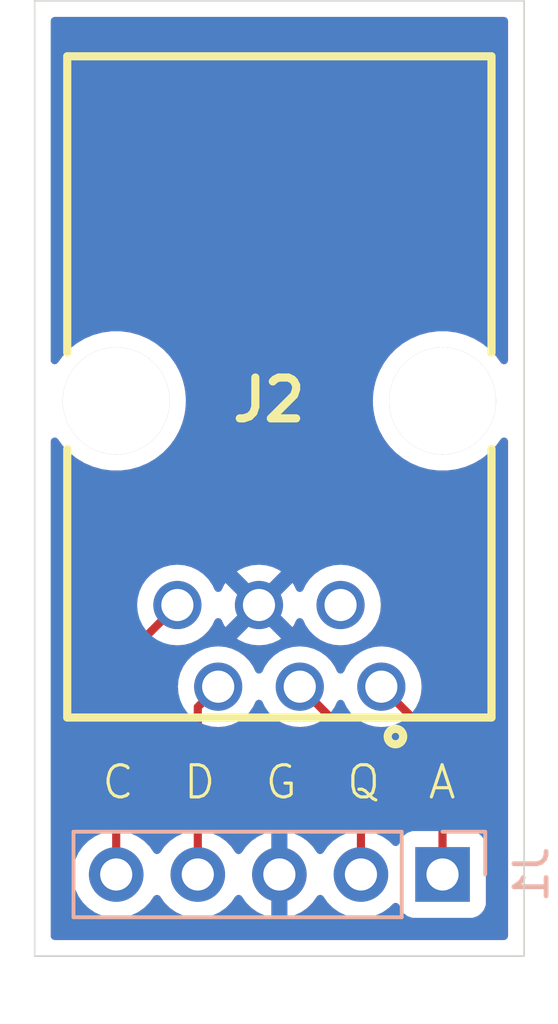
<source format=kicad_pcb>
(kicad_pcb (version 20240108) (generator "pcbnew") (generator_version "8.0")
  (layers (0 "F.Cu" signal) (31 "B.Cu" signal) (34 "B.Paste" user) (35 "F.Paste" user) (36 "B.SilkS" user "B.Silkscreen") (37 "F.SilkS" user "F.Silkscreen") (38 "B.Mask" user) (39 "F.Mask" user) (44 "Edge.Cuts" user))
  (net 0 "")
  (net 1 "/DQ")
  (net 2 "/C")
  (net 3 "/D")
  (net 5 "/A")
  (net 6 "GND")
  (footprint "Argus-Connectors:95009-7661_1" (layer "F.Cu") (at 76.2 50.546)
    (property "Reference" "J2" (at -0.325 -0.031 0) (layer "F.SilkS") (effects (font (size 1.27 1.27) (thickness 0.254))))
    (property "Value" "95009-7661" (hide yes))
    (fp_line (start -6.605 -10.72) (end -6.605 -1.5) (stroke (width 0.254)) (layer "F.SilkS"))
    (fp_line (start -6.605 9.85) (end -6.605 1.5) (stroke (width 0.254)) (layer "F.SilkS"))
    (fp_line (start -6.605 9.85) (end 6.605 9.85) (stroke (width 0.254)) (layer "F.SilkS"))
    (fp_line (start 6.605 -10.72) (end -6.605 -10.72) (stroke (width 0.254)) (layer "F.SilkS"))
    (fp_line (start 6.605 -10.72) (end 6.605 -1.5) (stroke (width 0.254)) (layer "F.SilkS"))
    (fp_line (start 6.605 9.85) (end 6.605 1.5) (stroke (width 0.254)) (layer "F.SilkS"))
    (fp_circle (center 3.614 10.441) (end 3.614 10.55516) (stroke (width 0.254)) (fill none) (layer "F.SilkS"))
    (pad "1" thru_hole circle (at 3.175 8.89) (size 1.5 1.5) (drill 1) (layers "*.Cu" "*.Mask") (net 5 "/A"))
    (pad "2" thru_hole circle (at 1.905 6.35) (size 1.5 1.5) (drill 1) (layers "*.Cu" "*.Mask"))
    (pad "3" thru_hole circle (at 0.635 8.89) (size 1.5 1.5) (drill 1) (layers "*.Cu" "*.Mask") (net 1 "/DQ"))
    (pad "4" thru_hole circle (at -0.635 6.35) (size 1.5 1.5) (drill 1) (layers "*.Cu" "*.Mask") (net 6 "GND"))
    (pad "5" thru_hole circle (at -1.905 8.89) (size 1.5 1.5) (drill 1) (layers "*.Cu" "*.Mask") (net 3 "/D"))
    (pad "6" thru_hole circle (at -3.175 6.35) (size 1.5 1.5) (drill 1) (layers "*.Cu" "*.Mask") (net 2 "/C"))
    (pad "7" thru_hole circle (at -5.08 0) (size 3.33 3.33) (drill 3.33) (layers "*.Cu" "*.Mask"))
    (pad "8" thru_hole circle (at 5.08 0) (size 3.33 3.33) (drill 3.33) (layers "*.Cu" "*.Mask"))
  )
  (footprint "Connector_PinSocket_2.54mm:PinSocket_1x05_P2.54mm_Vertical" (layer "B.Cu") (at 81.28 65.278 90)
    (property "Reference" "J1" (at 0 2.77 90) (layer "B.SilkS") (effects (justify mirror)))
    (property "Value" "Conn_01x05")
    (fp_line (start 1.33 -11.49) (end -1.33 -11.49) (stroke (width 0.12)) (layer "B.SilkS"))
    (fp_line (start 1.33 -11.49) (end 1.33 -1.27) (stroke (width 0.12)) (layer "B.SilkS"))
    (fp_line (start -1.33 -11.49) (end -1.33 -1.27) (stroke (width 0.12)) (layer "B.SilkS"))
    (fp_line (start 1.33 -1.27) (end -1.33 -1.27) (stroke (width 0.12)) (layer "B.SilkS"))
    (fp_line (start 1.33 0) (end 1.33 1.33) (stroke (width 0.12)) (layer "B.SilkS"))
    (fp_line (start 1.33 1.33) (end 0 1.33) (stroke (width 0.12)) (layer "B.SilkS"))
    (pad "1" thru_hole rect (at 0 0 90) (size 1.7 1.7) (drill 1) (layers "*.Cu" "*.Mask") (net 5 "/A"))
    (pad "2" thru_hole oval (at 0 -2.54 90) (size 1.7 1.7) (drill 1) (layers "*.Cu" "*.Mask") (net 1 "/DQ"))
    (pad "3" thru_hole oval (at 0 -5.08 90) (size 1.7 1.7) (drill 1) (layers "*.Cu" "*.Mask") (net 6 "GND"))
    (pad "4" thru_hole oval (at 0 -7.62 90) (size 1.7 1.7) (drill 1) (layers "*.Cu" "*.Mask") (net 3 "/D"))
    (pad "5" thru_hole oval (at 0 -10.16 90) (size 1.7 1.7) (drill 1) (layers "*.Cu" "*.Mask") (net 2 "/C"))
  )
  (gr_line (start 83.82 38.1) (end 83.82 67.818) (stroke (width 0.05)) (layer "Edge.Cuts"))
  (gr_line (start 68.58 38.1) (end 83.82 38.1) (stroke (width 0.05)) (layer "Edge.Cuts"))
  (gr_line (start 68.58 67.818) (end 68.58 38.1) (stroke (width 0.05)) (layer "Edge.Cuts"))
  (gr_line (start 83.82 67.818) (end 68.58 67.818) (stroke (width 0.05)) (layer "Edge.Cuts"))
  (gr_text "A" (at 80.772 62.992 0) (layer "F.SilkS") (effects (font (size 1 1) (thickness 0.1)) (justify left bottom)))
  (gr_text "Q" (at 78.232 62.992 0) (layer "F.SilkS") (effects (font (size 1 1) (thickness 0.1)) (justify left bottom)))
  (gr_text "D" (at 73.152 62.992 0) (layer "F.SilkS") (effects (font (size 1 1) (thickness 0.1)) (justify left bottom)))
  (gr_text "C" (at 70.612 62.992 0) (layer "F.SilkS") (effects (font (size 1 1) (thickness 0.1)) (justify left bottom)))
  (gr_text "G" (at 75.692 62.992 0) (layer "F.SilkS") (effects (font (size 1 1) (thickness 0.1)) (justify left bottom)))
  (segment (start 78.74 65.278) (end 78.74 61.341) (width 0.254) (layer "F.Cu") (net 1))
  (segment (start 78.74 61.341) (end 76.835 59.436) (width 0.254) (layer "F.Cu") (net 1))
  (segment (start 71.12 58.801) (end 71.12 65.278) (width 0.254) (layer "F.Cu") (net 2))
  (segment (start 73.025 56.896) (end 71.12 58.801) (width 0.254) (layer "F.Cu") (net 2))
  (segment (start 73.66 60.071) (end 74.295 59.436) (width 0.254) (layer "F.Cu") (net 3))
  (segment (start 73.66 65.278) (end 73.66 60.071) (width 0.254) (layer "F.Cu") (net 3))
  (segment (start 81.28 61.341) (end 79.375 59.436) (width 0.254) (layer "F.Cu") (net 5))
  (segment (start 81.28 65.278) (end 81.28 61.341) (width 0.254) (layer "F.Cu") (net 5))
  (zone (net 6) (net_name "GND") (layers "F&B.Cu") (connect_pads (clearance 0.5)) (min_thickness 0.25) (fill yes (thermal_gap 0.5) (thermal_bridge_width 0.5))
    (polygon (pts (xy 83.82 38.1) (xy 68.58 38.1) (xy 68.58 67.818) (xy 83.82 67.818)))
  )
)
</source>
